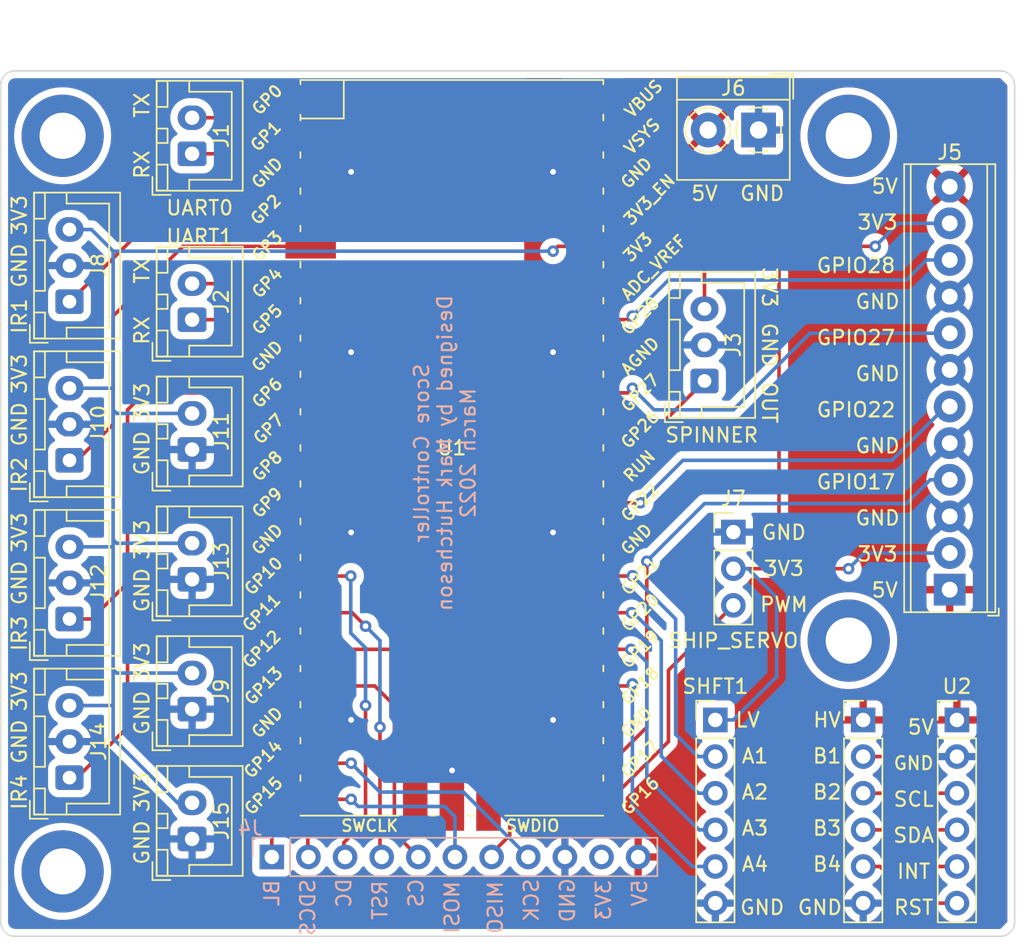
<source format=kicad_pcb>
(kicad_pcb (version 20211014) (generator pcbnew)
  (layers (0 "F.Cu" signal) (31 "B.Cu" signal) (34 "B.Paste" user) (35 "F.Paste" user) (36 "B.SilkS" user "B.Silkscreen") (37 "F.SilkS" user "F.Silkscreen") (38 "B.Mask" user) (39 "F.Mask" user) (44 "Edge.Cuts" user))
  (net 0 "")
  (net 1 "/UART0_RX")
  (net 2 "/UART0_TX")
  (net 3 "/UART1_RX")
  (net 4 "/UART1_TX")
  (net 5 "/SPINNER_OUT")
  (net 6 "/GND")
  (net 7 "/3V3")
  (net 8 "/DISPLAY_BL")
  (net 9 "/DISPLAY_SDCS")
  (net 10 "/DISPLAY_DC")
  (net 11 "/DISPLAY_RST")
  (net 12 "/DISPLAY_CS")
  (net 13 "/DISPLAY_MOSI")
  (net 14 "/DISPLAY_MISO")
  (net 15 "/DISPLAY_SCK")
  (net 16 "/DISPLAY_3V3")
  (net 17 "/5V")
  (net 18 "/SPACE_PWM")
  (net 19 "/GPIO17")
  (net 20 "/GPIO22")
  (net 21 "/GPIO27")
  (net 22 "/GPIO28")
  (net 23 "/PI_SCL")
  (net 24 "/PI_SDA")
  (net 26 "/PI_INT")
  (net 27 "/PI_RST")
  (net 33 "/IO_SCL")
  (net 34 "/IO_SDA")
  (net 35 "/IO_INT")
  (net 36 "/IO_RST")
  (net 37 "/SENS1_OUT")
  (net 38 "/SENS2_OUT")
  (net 39 "/SENS3_OUT")
  (net 40 "/SENS4_OUT")
  (footprint "TerminalBlock_4Ucon:TerminalBlock_4Ucon_1x02_P3.50mm_Horizontal" (layer "F.Cu") (at 159.75 62.6 180)
    (fp_text reference "J6" (at 1.75 2.9) (layer "F.SilkS"))
    (fp_text value "Conn_01x02")
    (pad "1" thru_hole rect locked (at 0 0 180) (size 2.4 2.4) (drill 1.2) (layers *.Cu *.Mask) (net 6 "/GND"))
    (pad "2" thru_hole circle locked (at 3.5 0 180) (size 2.4 2.4) (drill 1.2) (layers *.Cu *.Mask) (net 17 "/5V"))
  )
  (footprint "Connector_PinHeader_2.54mm:PinHeader_1x06_P2.54mm_Vertical" (layer "F.Cu") (at 167 103.5)
    (fp_text reference "SHFT2" hide)
    (fp_text value "Conn_01x06")
    (pad "1" thru_hole rect locked (at 0 0) (size 1.7 1.7) (drill 1) (layers *.Cu *.Mask) (net 17 "/5V"))
    (pad "2" thru_hole oval locked (at 0 2.54) (size 1.7 1.7) (drill 1) (layers *.Cu *.Mask) (net 33 "/IO_SCL"))
    (pad "3" thru_hole oval locked (at 0 5.08) (size 1.7 1.7) (drill 1) (layers *.Cu *.Mask) (net 34 "/IO_SDA"))
    (pad "4" thru_hole oval locked (at 0 7.62) (size 1.7 1.7) (drill 1) (layers *.Cu *.Mask) (net 35 "/IO_INT"))
    (pad "5" thru_hole oval locked (at 0 10.16) (size 1.7 1.7) (drill 1) (layers *.Cu *.Mask) (net 36 "/IO_RST"))
    (pad "6" thru_hole oval locked (at 0 12.7) (size 1.7 1.7) (drill 1) (layers *.Cu *.Mask) (net 6 "/GND"))
  )
  (footprint "Pi-Pico:RPi_Pico_SMD" (layer "F.Cu") (at 138.485 84.635)
    (fp_text reference "U1" (at 0 0) (layer "F.SilkS"))
    (fp_text value "Pico")
    (fp_text user "GP5" (at -12.8 -8.89 45) (layer "F.SilkS") (effects (font (size 0.8 0.8))))
    (fp_text user "GND" (at -12.8 19.05 45) (layer "F.SilkS") (effects (font (size 0.8 0.8))))
    (fp_text user "GP10" (at -13.054 8.89 45) (layer "F.SilkS") (effects (font (size 0.8 0.8))))
    (fp_text user "GP9" (at -12.8 3.81 45) (layer "F.SilkS") (effects (font (size 0.8 0.8))))
    (fp_text user "GP19" (at 13.054 13.97 45) (layer "F.SilkS") (effects (font (size 0.8 0.8))))
    (fp_text user "GP14" (at -13.1 21.59 45) (layer "F.SilkS") (effects (font (size 0.8 0.8))))
    (fp_text user "GP13" (at -13.054 16.51 45) (layer "F.SilkS") (effects (font (size 0.8 0.8))))
    (fp_text user "SWCLK" (at -5.7 26.2) (layer "F.SilkS") (effects (font (size 0.8 0.8))))
    (fp_text user "GP0" (at -12.8 -24.13 45) (layer "F.SilkS") (effects (font (size 0.8 0.8))))
    (fp_text user "GP17" (at 13.054 21.59 45) (layer "F.SilkS") (effects (font (size 0.8 0.8))))
    (fp_text user "VBUS" (at 13.3 -24.2 45) (layer "F.SilkS") (effects (font (size 0.8 0.8))))
    (fp_text user "GP16" (at 13.054 24.13 45) (layer "F.SilkS") (effects (font (size 0.8 0.8))))
    (fp_text user "GP2" (at -12.9 -16.51 45) (layer "F.SilkS") (effects (font (size 0.8 0.8))))
    (fp_text user "GP22" (at 13.054 3.81 45) (layer "F.SilkS") (effects (font (size 0.8 0.8))))
    (fp_text user "RUN" (at 13 1.27 45) (layer "F.SilkS") (effects (font (size 0.8 0.8))))
    (fp_text user "3V3" (at 12.9 -13.9 45) (layer "F.SilkS") (effects (font (size 0.8 0.8))))
    (fp_text user "GP20" (at 13.054 11.43 45) (layer "F.SilkS") (effects (font (size 0.8 0.8))))
    (fp_text user "AGND" (at 13.054 -6.35 45) (layer "F.SilkS") (effects (font (size 0.8 0.8))))
    (fp_text user "GND" (at 12.8 -19.05 45) (layer "F.SilkS") (effects (font (size 0.8 0.8))))
    (fp_text user "3V3_EN" (at 13.7 -17.2 45) (layer "F.SilkS") (effects (font (size 0.8 0.8))))
    (fp_text user "ADC_VREF" (at 14 -12.5 45) (layer "F.SilkS") (effects (font (size 0.8 0.8))))
    (fp_text user "GP8" (at -12.8 1.27 45) (layer "F.SilkS") (effects (font (size 0.8 0.8))))
    (fp_text user "GP21" (at 13.054 8.9 45) (layer "F.SilkS") (effects (font (size 0.8 0.8))))
    (fp_text user "GP28" (at 13.054 -9.144 45) (layer "F.SilkS") (effects (font (size 0.8 0.8))))
    (fp_text user "SWDIO" (at 5.6 26.2) (layer "F.SilkS") (effects (font (size 0.8 0.8))))
    (fp_text user "GND" (at -12.8 -6.35 45) (layer "F.SilkS") (effects (font (size 0.8 0.8))))
    (fp_text user "GND" (at 12.8 19.05 45) (layer "F.SilkS") (effects (font (size 0.8 0.8))))
    (fp_text user "GP15" (at -13.054 24.13 45) (layer "F.SilkS") (effects (font (size 0.8 0.8))))
    (fp_text user "GP18" (at 13.054 16.51 45) (layer "F.SilkS") (effects (font (size 0.8 0.8))))
    (fp_text user "GP1" (at -12.9 -21.6 45) (layer "F.SilkS") (effects (font (size 0.8 0.8))))
    (fp_text user "VSYS" (at 13.2 -21.59 45) (layer "F.SilkS") (effects (font (size 0.8 0.8))))
    (fp_text user "GND" (at 12.8 6.35 45) (layer "F.SilkS") (effects (font (size 0.8 0.8))))
    (fp_text user "GP11" (at -13.2 11.43 45) (layer "F.SilkS") (effects (font (size 0.8 0.8))))
    (fp_text user "GP6" (at -12.8 -3.81 45) (layer "F.SilkS") (effects (font (size 0.8 0.8))))
    (fp_text user "GP27" (at 13.054 -3.8 45) (layer "F.SilkS") (effects (font (size 0.8 0.8))))
    (fp_text user "GP3" (at -12.8 -13.97 45) (layer "F.SilkS") (effects (font (size 0.8 0.8))))
    (fp_text user "GND" (at -12.8 -19.05 45) (layer "F.SilkS") (effects (font (size 0.8 0.8))))
    (fp_text user "GP4" (at -12.8 -11.43 45) (layer "F.SilkS") (effects (font (size 0.8 0.8))))
    (fp_text user "GP12" (at -13.185 13.97 45) (layer "F.SilkS") (effects (font (size 0.8 0.8))))
    (fp_text user "GP7" (at -12.7 -1.3 45) (layer "F.SilkS") (effects (font (size 0.8 0.8))))
    (fp_text user "GND" (at -12.8 6.35 45) (layer "F.SilkS") (effects (font (size 0.8 0.8))))
    (fp_text user "GP26" (at 13.054 -1.27 45) (layer "F.SilkS") (effects (font (size 0.8 0.8))))
    (pad "1" smd rect (at -8.89 -24.13) (size 3.5 1.7) (drill (offset -0.9 0)) (layers "F.Cu" "F.Mask") (net 2 "/UART0_TX"))
    (pad "2" smd rect (at -8.89 -21.59) (size 3.5 1.7) (drill (offset -0.9 0)) (layers "F.Cu" "F.Mask") (net 1 "/UART0_RX"))
    (pad "3" smd rect (at -8.89 -19.05) (size 3.5 1.7) (drill (offset -0.9 0)) (layers "F.Cu" "F.Mask") (net 6 "/GND"))
    (pad "4" smd rect (at -8.89 -16.51) (size 3.5 1.7) (drill (offset -0.9 0)) (layers "F.Cu" "F.Mask") (net 37 "/SENS1_OUT"))
    (pad "5" smd rect (at -8.89 -13.97) (size 3.5 1.7) (drill (offset -0.9 0)) (layers "F.Cu" "F.Mask") (net 38 "/SENS2_OUT"))
    (pad "6" smd rect (at -8.89 -11.43) (size 3.5 1.7) (drill (offset -0.9 0)) (layers "F.Cu" "F.Mask") (net 4 "/UART1_TX"))
    (pad "7" smd rect (at -8.89 -8.89) (size 3.5 1.7) (drill (offset -0.9 0)) (layers "F.Cu" "F.Mask") (net 3 "/UART1_RX"))
    (pad "8" smd rect (at -8.89 -6.35) (size 3.5 1.7) (drill (offset -0.9 0)) (layers "F.Cu" "F.Mask") (net 6 "/GND"))
    (pad "9" smd rect (at -8.89 -3.81) (size 3.5 1.7) (drill (offset -0.9 0)) (layers "F.Cu" "F.Mask") (net 39 "/SENS3_OUT"))
    (pad "10" smd rect (at -8.89 -1.27) (size 3.5 1.7) (drill (offset -0.9 0)) (layers "F.Cu" "F.Mask") (net 40 "/SENS4_OUT"))
    (pad "11" smd rect (at -8.89 1.27) (size 3.5 1.7) (drill (offset -0.9 0)) (layers "F.Cu" "F.Mask") (net 8 "/DISPLAY_BL"))
    (pad "12" smd rect (at -8.89 3.81) (size 3.5 1.7) (drill (offset -0.9 0)) (layers "F.Cu" "F.Mask") (net 9 "/DISPLAY_SDCS"))
    (pad "13" smd rect (at -8.89 6.35) (size 3.5 1.7) (drill (offset -0.9 0)) (layers "F.Cu" "F.Mask") (net 6 "/GND"))
    (pad "14" smd rect (at -8.89 8.89) (size 3.5 1.7) (drill (offset -0.9 0)) (layers "F.Cu" "F.Mask") (net 10 "/DISPLAY_DC"))
    (pad "15" smd rect (at -8.89 11.43) (size 3.5 1.7) (drill (offset -0.9 0)) (layers "F.Cu" "F.Mask") (net 11 "/DISPLAY_RST"))
    (pad "16" smd rect (at -8.89 13.97) (size 3.5 1.7) (drill (offset -0.9 0)) (layers "F.Cu" "F.Mask") (net 14 "/DISPLAY_MISO"))
    (pad "17" smd rect (at -8.89 16.51) (size 3.5 1.7) (drill (offset -0.9 0)) (layers "F.Cu" "F.Mask") (net 12 "/DISPLAY_CS"))
    (pad "18" smd rect (at -8.89 19.05) (size 3.5 1.7) (drill (offset -0.9 0)) (layers "F.Cu" "F.Mask") (net 6 "/GND"))
    (pad "19" smd rect (at -8.89 21.59) (size 3.5 1.7) (drill (offset -0.9 0)) (layers "F.Cu" "F.Mask") (net 15 "/DISPLAY_SCK"))
    (pad "20" smd rect (at -8.89 24.13) (size 3.5 1.7) (drill (offset -0.9 0)) (layers "F.Cu" "F.Mask") (net 13 "/DISPLAY_MOSI"))
    (pad "21" smd rect (at 8.89 24.13) (size 3.5 1.7) (drill (offset 0.9 0)) (layers "F.Cu" "F.Mask") (net 18 "/SPACE_PWM"))
    (pad "22" smd rect (at 8.89 21.59) (size 3.5 1.7) (drill (offset 0.9 0)) (layers "F.Cu" "F.Mask") (net 19 "/GPIO17"))
    (pad "23" smd rect (at 8.89 19.05) (size 3.5 1.7) (drill (offset 0.9 0)) (layers "F.Cu" "F.Mask") (net 6 "/GND"))
    (pad "24" smd rect (at 8.89 16.51) (size 3.5 1.7) (drill (offset 0.9 0)) (layers "F.Cu" "F.Mask") (net 27 "/PI_RST"))
    (pad "25" smd rect (at 8.89 13.97) (size 3.5 1.7) (drill (offset 0.9 0)) (layers "F.Cu" "F.Mask") (net 26 "/PI_INT"))
    (pad "26" smd rect (at 8.89 11.43) (size 3.5 1.7) (drill (offset 0.9 0)) (layers "F.Cu" "F.Mask") (net 24 "/PI_SDA"))
    (pad "27" smd rect (at 8.89 8.89) (size 3.5 1.7) (drill (offset 0.9 0)) (layers "F.Cu" "F.Mask") (net 23 "/PI_SCL"))
    (pad "28" smd rect (at 8.89 6.35) (size 3.5 1.7) (drill (offset 0.9 0)) (layers "F.Cu" "F.Mask") (net 6 "/GND"))
    (pad "29" smd rect (at 8.89 3.81) (size 3.5 1.7) (drill (offset 0.9 0)) (layers "F.Cu" "F.Mask") (net 20 "/GPIO22"))
    (pad "30" smd rect (at 8.89 1.27) (size 3.5 1.7) (drill (offset 0.9 0)) (layers "F.Cu" "F.Mask"))
    (pad "31" smd rect (at 8.89 -1.27) (size 3.5 1.7) (drill (offset 0.9 0)) (layers "F.Cu" "F.Mask") (net 5 "/SPINNER_OUT"))
    (pad "32" smd rect (at 8.89 -3.81) (size 3.5 1.7) (drill (offset 0.9 0)) (layers "F.Cu" "F.Mask") (net 21 "/GPIO27"))
    (pad "33" smd rect (at 8.89 -6.35) (size 3.5 1.7) (drill (offset 0.9 0)) (layers "F.Cu" "F.Mask") (net 6 "/GND"))
    (pad "34" smd rect (at 8.89 -8.89) (size 3.5 1.7) (drill (offset 0.9 0)) (layers "F.Cu" "F.Mask") (net 22 "/GPIO28"))
    (pad "35" smd rect (at 8.89 -11.43) (size 3.5 1.7) (drill (offset 0.9 0)) (layers "F.Cu" "F.Mask"))
    (pad "36" smd rect (at 8.89 -13.97) (size 3.5 1.7) (drill (offset 0.9 0)) (layers "F.Cu" "F.Mask") (net 7 "/3V3"))
    (pad "37" smd rect (at 8.89 -16.51) (size 3.5 1.7) (drill (offset 0.9 0)) (layers "F.Cu" "F.Mask"))
    (pad "38" smd rect (at 8.89 -19.05) (size 3.5 1.7) (drill (offset 0.9 0)) (layers "F.Cu" "F.Mask") (net 6 "/GND"))
    (pad "39" smd rect (at 8.89 -21.59) (size 3.5 1.7) (drill (offset 0.9 0)) (layers "F.Cu" "F.Mask"))
    (pad "40" smd rect (at 8.89 -24.13) (size 3.5 1.7) (drill (offset 0.9 0)) (layers "F.Cu" "F.Mask") (net 17 "/5V"))
    (pad "41" smd rect (at -2.54 23.9 90) (size 3.5 1.7) (drill (offset -0.9 0)) (layers "F.Cu" "F.Mask"))
    (pad "42" smd rect (at 0 23.9 90) (size 3.5 1.7) (drill (offset -0.9 0)) (layers "F.Cu" "F.Mask") (net 6 "/GND"))
    (pad "43" smd rect (at 2.54 23.9 90) (size 3.5 1.7) (drill (offset -0.9 0)) (layers "F.Cu" "F.Mask"))
  )
  (footprint "Connector_JST:JST_XH_B3B-XH-A_1x03_P2.50mm_Vertical" (layer "F.Cu") (at 111.975 96.5 90)
    (fp_text reference "J12" (at 2.5 2.025 90) (layer "F.SilkS"))
    (fp_text value "Conn_01x03")
    (pad "1" thru_hole roundrect locked (at 0 0 90) (size 1.7 1.95) (drill 0.95) (layers *.Cu *.Mask) (roundrect_rratio 0.1470588235) (net 39 "/SENS3_OUT"))
    (pad "2" thru_hole oval locked (at 2.5 0 90) (size 1.7 1.95) (drill 0.95) (layers *.Cu *.Mask) (net 6 "/GND"))
    (pad "3" thru_hole oval locked (at 5 0 90) (size 1.7 1.95) (drill 0.95) (layers *.Cu *.Mask) (net 7 "/3V3"))
  )
  (footprint "Connector_JST:JST_XH_B2B-XH-A_1x02_P2.50mm_Vertical" (layer "F.Cu") (at 120.475 111.75 90)
    (fp_text reference "J15" (at 1.25 2.025 90) (layer "F.SilkS"))
    (fp_text value "Conn_01x02")
    (pad "1" thru_hole roundrect locked (at 0 0 90) (size 1.7 2) (drill 1) (layers *.Cu *.Mask) (roundrect_rratio 0.1470588235) (net 6 "/GND"))
    (pad "2" thru_hole oval locked (at 2.5 0 90) (size 1.7 2) (drill 1) (layers *.Cu *.Mask) (net 7 "/3V3"))
  )
  (footprint "Connector_JST:JST_XH_B2B-XH-A_1x02_P2.50mm_Vertical" (layer "F.Cu") (at 120.475 84.75 90)
    (fp_text reference "J11" (at 1.25 2.025 90) (layer "F.SilkS"))
    (fp_text value "Conn_01x02")
    (pad "1" thru_hole roundrect locked (at 0 0 90) (size 1.7 2) (drill 1) (layers *.Cu *.Mask) (roundrect_rratio 0.1470588235) (net 6 "/GND"))
    (pad "2" thru_hole oval locked (at 2.5 0 90) (size 1.7 2) (drill 1) (layers *.Cu *.Mask) (net 7 "/3V3"))
  )
  (footprint "MountingHole:MountingHole_3.2mm_M3_ISO7380_Pad" (layer "F.Cu") (at 111.5 63)
    (fp_text reference "HOLE1" hide)
    (fp_text value "MountingHole_3.2mm_M3_ISO7380_Pad" hide)
    (pad "1" thru_hole circle locked (at 0 0) (size 5.7 5.7) (drill 3.2) (layers *.Cu *.Mask))
  )
  (footprint "MountingHole:MountingHole_3.2mm_M3_ISO7380_Pad" (layer "F.Cu") (at 166 63)
    (fp_text reference "HOLE2" hide)
    (fp_text value "MountingHole_3.2mm_M3_ISO7380_Pad" hide)
    (pad "1" thru_hole circle locked (at 0 0) (size 5.7 5.7) (drill 3.2) (layers *.Cu *.Mask))
  )
  (footprint "Connector_JST:JST_XH_B3B-XH-A_1x03_P2.50mm_Vertical" (layer "F.Cu") (at 156 80 90)
    (fp_text reference "J3" (at 2.5 2 90) (layer "F.SilkS"))
    (fp_text value "Conn_01x03")
    (pad "1" thru_hole roundrect locked (at 0 0 90) (size 1.7 1.95) (drill 0.95) (layers *.Cu *.Mask) (roundrect_rratio 0.1470588235) (net 5 "/SPINNER_OUT"))
    (pad "2" thru_hole oval locked (at 2.5 0 90) (size 1.7 1.95) (drill 0.95) (layers *.Cu *.Mask) (net 6 "/GND"))
    (pad "3" thru_hole oval locked (at 5 0 90) (size 1.7 1.95) (drill 0.95) (layers *.Cu *.Mask) (net 7 "/3V3"))
  )
  (footprint "Connector_PinHeader_2.54mm:PinHeader_1x03_P2.54mm_Vertical" (layer "F.Cu") (at 158 90.475)
    (fp_text reference "J7" (at 0 -2.33) (layer "F.SilkS"))
    (fp_text value "Conn_01x03")
    (pad "1" thru_hole rect locked (at 0 0) (size 1.7 1.7) (drill 1) (layers *.Cu *.Mask) (net 6 "/GND"))
    (pad "2" thru_hole oval locked (at 0 2.54) (size 1.7 1.7) (drill 1) (layers *.Cu *.Mask) (net 7 "/3V3"))
    (pad "3" thru_hole oval locked (at 0 5.08) (size 1.7 1.7) (drill 1) (layers *.Cu *.Mask) (net 18 "/SPACE_PWM"))
  )
  (footprint "Connector_PinHeader_2.54mm:PinHeader_1x06_P2.54mm_Vertical" (layer "F.Cu") (at 156.75 103.5)
    (fp_text reference "SHFT1" (at 0 -2.33) (layer "F.SilkS"))
    (fp_text value "Conn_01x06")
    (pad "1" thru_hole rect locked (at 0 0) (size 1.7 1.7) (drill 1) (layers *.Cu *.Mask) (net 7 "/3V3"))
    (pad "2" thru_hole oval locked (at 0 2.54) (size 1.7 1.7) (drill 1) (layers *.Cu *.Mask) (net 23 "/PI_SCL"))
    (pad "3" thru_hole oval locked (at 0 5.08) (size 1.7 1.7) (drill 1) (layers *.Cu *.Mask) (net 24 "/PI_SDA"))
    (pad "4" thru_hole oval locked (at 0 7.62) (size 1.7 1.7) (drill 1) (layers *.Cu *.Mask) (net 26 "/PI_INT"))
    (pad "5" thru_hole oval locked (at 0 10.16) (size 1.7 1.7) (drill 1) (layers *.Cu *.Mask) (net 27 "/PI_RST"))
    (pad "6" thru_hole oval locked (at 0 12.7) (size 1.7 1.7) (drill 1) (layers *.Cu *.Mask) (net 6 "/GND"))
  )
  (footprint "Connector_JST:JST_XH_B2B-XH-A_1x02_P2.50mm_Vertical" (layer "F.Cu") (at 120.475 102.75 90)
    (fp_text reference "J9" (at 1.25 2.025 90) (layer "F.SilkS"))
    (fp_text value "Conn_01x02")
    (pad "1" thru_hole roundrect locked (at 0 0 90) (size 1.7 2) (drill 1) (layers *.Cu *.Mask) (roundrect_rratio 0.1470588235) (net 6 "/GND"))
    (pad "2" thru_hole oval locked (at 2.5 0 90) (size 1.7 2) (drill 1) (layers *.Cu *.Mask) (net 7 "/3V3"))
  )
  (footprint "MountingHole:MountingHole_3.2mm_M3_ISO7380_Pad" (layer "F.Cu") (at 111.5 114)
    (fp_text reference "HOLE1" hide)
    (fp_text value "MountingHole_3.2mm_M3_ISO7380_Pad" hide)
    (pad "1" thru_hole circle locked (at 0 0) (size 5.7 5.7) (drill 3.2) (layers *.Cu *.Mask))
  )
  (footprint "MountingHole:MountingHole_3.2mm_M3_ISO7380_Pad" (layer "F.Cu") (at 166 98)
    (fp_text reference "HOLE2" hide)
    (fp_text value "MountingHole_3.2mm_M3_ISO7380_Pad" hide)
    (pad "1" thru_hole circle locked (at 0 0) (size 5.7 5.7) (drill 3.2) (layers *.Cu *.Mask))
  )
  (footprint "Connector_JST:JST_XH_B2B-XH-A_1x02_P2.50mm_Vertical" (layer "F.Cu") (at 120.475 93.75 90)
    (fp_text reference "J13" (at 1.25 2.025 90) (layer "F.SilkS"))
    (fp_text value "Conn_01x02")
    (pad "1" thru_hole roundrect locked (at 0 0 90) (size 1.7 2) (drill 1) (layers *.Cu *.Mask) (roundrect_rratio 0.1470588235) (net 6 "/GND"))
    (pad "2" thru_hole oval locked (at 2.5 0 90) (size 1.7 2) (drill 1) (layers *.Cu *.Mask) (net 7 "/3V3"))
  )
  (footprint "Connector_JST:JST_XH_B2B-XH-A_1x02_P2.50mm_Vertical" (layer "F.Cu") (at 120.475 75.75 90)
    (fp_text reference "J2" (at 1.25 2.025 90) (layer "F.SilkS"))
    (fp_text value "Conn_01x02")
    (pad "1" thru_hole roundrect locked (at 0 0 90) (size 1.7 2) (drill 1) (layers *.Cu *.Mask) (roundrect_rratio 0.1470588235) (net 3 "/UART1_RX"))
    (pad "2" thru_hole oval locked (at 2.5 0 90) (size 1.7 2) (drill 1) (layers *.Cu *.Mask) (net 4 "/UART1_TX"))
  )
  (footprint "TerminalBlock_Phoenix:TerminalBlock_Phoenix_MPT-0,5-12-2.54_1x12_P2.54mm_Horizontal" (layer "F.Cu") (at 173 94.47 90)
    (fp_text reference "J5" (at 30.32 0 180) (layer "F.SilkS"))
    (fp_text value "Conn_01x12")
    (pad "1" thru_hole rect locked (at 0 0 90) (size 2.2 2.2) (drill 1.1) (layers *.Cu *.Mask) (net 17 "/5V"))
    (pad "2" thru_hole circle locked (at 2.54 0 90) (size 2.2 2.2) (drill 1.1) (layers *.Cu *.Mask) (net 7 "/3V3"))
    (pad "3" thru_hole circle locked (at 5.08 0 90) (size 2.2 2.2) (drill 1.1) (layers *.Cu *.Mask) (net 6 "/GND"))
    (pad "4" thru_hole circle locked (at 7.62 0 90) (size 2.2 2.2) (drill 1.1) (layers *.Cu *.Mask) (net 19 "/GPIO17"))
    (pad "5" thru_hole circle locked (at 10.16 0 90) (size 2.2 2.2) (drill 1.1) (layers *.Cu *.Mask) (net 6 "/GND"))
    (pad "6" thru_hole circle locked (at 12.7 0 90) (size 2.2 2.2) (drill 1.1) (layers *.Cu *.Mask) (net 20 "/GPIO22"))
    (pad "7" thru_hole circle locked (at 15.24 0 90) (size 2.2 2.2) (drill 1.1) (layers *.Cu *.Mask) (net 6 "/GND"))
    (pad "8" thru_hole circle locked (at 17.78 0 90) (size 2.2 2.2) (drill 1.1) (layers *.Cu *.Mask) (net 21 "/GPIO27"))
    (pad "9" thru_hole circle locked (at 20.32 0 90) (size 2.2 2.2) (drill 1.1) (layers *.Cu *.Mask) (net 6 "/GND"))
    (pad "10" thru_hole circle locked (at 22.86 0 90) (size 2.2 2.2) (drill 1.1) (layers *.Cu *.Mask) (net 22 "/GPIO28"))
    (pad "11" thru_hole circle locked (at 25.4 0 90) (size 2.2 2.2) (drill 1.1) (layers *.Cu *.Mask) (net 7 "/3V3"))
    (pad "12" thru_hole circle locked (at 27.94 0 90) (size 2.2 2.2) (drill 1.1) (layers *.Cu *.Mask) (net 17 "/5V"))
  )
  (footprint "Connector_JST:JST_XH_B3B-XH-A_1x03_P2.50mm_Vertical" (layer "F.Cu") (at 111.975 107.5 90)
    (fp_text reference "J14" (at 2.5 2.025 90) (layer "F.SilkS"))
    (fp_text value "Conn_01x03")
    (pad "1" thru_hole roundrect locked (at 0 0 90) (size 1.7 1.95) (drill 0.95) (layers *.Cu *.Mask) (roundrect_rratio 0.1470588235) (net 40 "/SENS4_OUT"))
    (pad "2" thru_hole oval locked (at 2.5 0 90) (size 1.7 1.95) (drill 0.95) (layers *.Cu *.Mask) (net 6 "/GND"))
    (pad "3" thru_hole oval locked (at 5 0 90) (size 1.7 1.95) (drill 0.95) (layers *.Cu *.Mask) (net 7 "/3V3"))
  )
  (footprint "Connector_JST:JST_XH_B2B-XH-A_1x02_P2.50mm_Vertical" (layer "F.Cu") (at 120.475 64.25 90)
    (fp_text reference "J1" (at 1.25 2.025 90) (layer "F.SilkS"))
    (fp_text value "Conn_01x02")
    (pad "1" thru_hole roundrect locked (at 0 0 90) (size 1.7 2) (drill 1) (layers *.Cu *.Mask) (roundrect_rratio 0.1470588235) (net 1 "/UART0_RX"))
    (pad "2" thru_hole oval locked (at 2.5 0 90) (size 1.7 2) (drill 1) (layers *.Cu *.Mask) (net 2 "/UART0_TX"))
  )
  (footprint "Connector_PinHeader_2.54mm:PinHeader_1x06_P2.54mm_Vertical" (layer "F.Cu") (at 173.5 103.5)
    (fp_text reference "U2" (at 0 -2.33) (layer "F.SilkS"))
    (fp_text value "Conn_01x06")
    (pad "1" thru_hole rect locked (at 0 0) (size 1.7 1.7) (drill 1) (layers *.Cu *.Mask) (net 17 "/5V"))
    (pad "2" thru_hole oval locked (at 0 2.54) (size 1.7 1.7) (drill 1) (layers *.Cu *.Mask) (net 6 "/GND"))
    (pad "3" thru_hole oval locked (at 0 5.08) (size 1.7 1.7) (drill 1) (layers *.Cu *.Mask) (net 33 "/IO_SCL"))
    (pad "4" thru_hole oval locked (at 0 7.62) (size 1.7 1.7) (drill 1) (layers *.Cu *.Mask) (net 34 "/IO_SDA"))
    (pad "5" thru_hole oval locked (at 0 10.16) (size 1.7 1.7) (drill 1) (layers *.Cu *.Mask) (net 35 "/IO_INT"))
    (pad "6" thru_hole oval locked (at 0 12.7) (size 1.7 1.7) (drill 1) (layers *.Cu *.Mask) (net 36 "/IO_RST"))
  )
  (footprint "Connector_JST:JST_XH_B3B-XH-A_1x03_P2.50mm_Vertical" (layer "F.Cu") (at 111.975 85.5 90)
    (fp_text reference "J10" (at 2.5 2.025 90) (layer "F.SilkS"))
    (fp_text value "Conn_01x03")
    (pad "1" thru_hole roundrect locked (at 0 0 90) (size 1.7 1.95) (drill 0.95) (layers *.Cu *.Mask) (roundrect_rratio 0.1470588235) (net 38 "/SENS2_OUT"))
    (pad "2" thru_hole oval locked (at 2.5 0 90) (size 1.7 1.95) (drill 0.95) (layers *.Cu *.Mask) (net 6 "/GND"))
    (pad "3" thru_hole oval locked (at 5 0 90) (size 1.7 1.95) (drill 0.95) (layers *.Cu *.Mask) (net 7 "/3V3"))
  )
  (footprint "Connector_JST:JST_XH_B3B-XH-A_1x03_P2.50mm_Vertical" (layer "F.Cu") (at 111.975 74.5 90)
    (fp_text reference "J8" (at 2.5 2.025 90) (layer "F.SilkS"))
    (fp_text value "Conn_01x03")
    (pad "1" thru_hole roundrect locked (at 0 0 90) (size 1.7 1.95) (drill 0.95) (layers *.Cu *.Mask) (roundrect_rratio 0.1470588235) (net 37 "/SENS1_OUT"))
    (pad "2" thru_hole oval locked (at 2.5 0 90) (size 1.7 1.95) (drill 0.95) (layers *.Cu *.Mask) (net 6 "/GND"))
    (pad "3" thru_hole oval locked (at 5 0 90) (size 1.7 1.95) (drill 0.95) (layers *.Cu *.Mask) (net 7 "/3V3"))
  )
  (footprint "Connector_PinHeader_2.54mm:PinHeader_1x11_P2.54mm_Vertical" (layer "B.Cu") (at 126 113 -90)
    (fp_text reference "J4" (at -2 1.5) (layer "B.SilkS") (effects (justify mirror)))
    (fp_text value "Conn_01x11")
    (pad "1" thru_hole rect locked (at 0 0 270) (size 1.7 1.7) (drill 1) (layers *.Cu *.Mask) (net 8 "/DISPLAY_BL"))
    (pad "2" thru_hole oval locked (at 0 -2.54 270) (size 1.7 1.7) (drill 1) (layers *.Cu *.Mask) (net 9 "/DISPLAY_SDCS"))
    (pad "3" thru_hole oval locked (at 0 -5.08 270) (size 1.7 1.7) (drill 1) (layers *.Cu *.Mask) (net 10 "/DISPLAY_DC"))
    (pad "4" thru_hole oval locked (at 0 -7.62 270) (size 1.7 1.7) (drill 1) (layers *.Cu *.Mask) (net 11 "/DISPLAY_RST"))
    (pad "5" thru_hole oval locked (at 0 -10.16 270) (size 1.7 1.7) (drill 1) (layers *.Cu *.Mask) (net 12 "/DISPLAY_CS"))
    (pad "6" thru_hole oval locked (at 0 -12.7 270) (size 1.7 1.7) (drill 1) (layers *.Cu *.Mask) (net 13 "/DISPLAY_MOSI"))
    (pad "7" thru_hole oval locked (at 0 -15.24 270) (size 1.7 1.7) (drill 1) (layers *.Cu *.Mask) (net 14 "/DISPLAY_MISO"))
    (pad "8" thru_hole oval locked (at 0 -17.78 270) (size 1.7 1.7) (drill 1) (layers *.Cu *.Mask) (net 15 "/DISPLAY_SCK"))
    (pad "9" thru_hole oval locked (at 0 -20.32 270) (size 1.7 1.7) (drill 1) (layers *.Cu *.Mask) (net 6 "/GND"))
    (pad "10" thru_hole oval locked (at 0 -22.86 270) (size 1.7 1.7) (drill 1) (layers *.Cu *.Mask) (net 16 "/DISPLAY_3V3"))
    (pad "11" thru_hole oval locked (at 0 -25.4 270) (size 1.7 1.7) (drill 1) (layers *.Cu *.Mask) (net 17 "/5V"))
  )
  (gr_arc (start 176.5 58.5) (mid 177.207107 58.792893) (end 177.5 59.5) (layer "Edge.Cuts") (width 0.1))
  (gr_line (start 177.5 117.5) (end 177.5 59.5) (layer "Edge.Cuts") (width 0.1))
  (gr_line (start 176.5 58.5) (end 108.207107 58.5) (layer "Edge.Cuts") (width 0.1))
  (gr_line (start 108.207107 118.5) (end 176.5 118.5) (layer "Edge.Cuts") (width 0.1))
  (gr_line (start 107.207107 59.5) (end 107.207107 117.5) (layer "Edge.Cuts") (width 0.1))
  (gr_arc (start 108.207107 118.5) (mid 107.5 118.207107) (end 107.207107 117.5) (layer "Edge.Cuts") (width 0.1))
  (gr_arc (start 107.207107 59.5) (mid 107.5 58.792893) (end 108.207107 58.5) (layer "Edge.Cuts") (width 0.1))
  (gr_arc (start 177.5 117.5) (mid 177.207107 118.207107) (end 176.5 118.5) (layer "Edge.Cuts") (width 0.1))
  (gr_text "SDCS" (at 128.5 116.5 -270) (layer "B.SilkS") (effects (font (size 1 1)) (justify mirror)))
  (gr_text "DC" (at 131 115.5 -270) (layer "B.SilkS") (effects (font (size 1 1)) (justify mirror)))
  (gr_text "MOSI" (at 138.5 116.5 -270) (layer "B.SilkS") (effects (font (size 1 1)) (justify mirror)))
  (gr_text "5V" (at 151.5 115.5 -270) (layer "B.SilkS") (effects (font (size 1 1)) (justify mirror)))
  (gr_text "Score Controller\nDesigned by Mark Hutcheson\nMarch 2022" (at 138 85 90) (layer "B.SilkS") (effects (font (size 1 1)) (justify mirror)))
  (gr_text "MISO" (at 141.5 116.5 -270) (layer "B.SilkS") (effects (font (size 1 1)) (justify mirror)))
  (gr_text "RST" (at 133.5 116 -270) (layer "B.SilkS") (effects (font (size 1 1)) (justify mirror)))
  (gr_text "BL" (at 126 115.5 -270) (layer "B.SilkS") (effects (font (size 1 1)) (justify mirror)))
  (gr_text "SCK" (at 144 116 -270) (layer "B.SilkS") (effects (font (size 1 1)) (justify mirror)))
  (gr_text "CS" (at 136 115.5 -270) (layer "B.SilkS") (effects (font (size 1 1)) (justify mirror)))
  (gr_text "3V3" (at 149 116 -270) (layer "B.SilkS") (effects (font (size 1 1)) (justify mirror)))
  (gr_text "GND" (at 146.5 116 -270) (layer "B.SilkS") (effects (font (size 1 1)) (justify mirror)))
  (gr_text "GND" (at 160 67) (layer "F.SilkS") (effects (font (size 1 1))))
  (gr_text "SHIP_SERVO" (at 158 98) (layer "F.SilkS") (effects (font (size 1 1))))
  (gr_text "IR2" (at 108.5 86.5 90) (layer "F.SilkS") (effects (font (size 1 1))))
  (gr_text "RX   TX" (at 117 74.5 90) (layer "F.SilkS") (effects (font (size 1 1))))
  (gr_text "3V3" (at 168 69) (layer "F.SilkS") (effects (font (size 1 1))))
  (gr_text "3V3" (at 108.5 101.5 90) (layer "F.SilkS") (effects (font (size 1 1))))
  (gr_text "GND" (at 117 85 90) (layer "F.SilkS") (effects (font (size 1 1))))
  (gr_text "3V3" (at 108.5 90.5 90) (layer "F.SilkS") (effects (font (size 1 1))))
  (gr_text "GPIO28" (at 166.5 72) (layer "F.SilkS") (effects (font (size 1 1))))
  (gr_text "GPIO27" (at 166.5 77) (layer "F.SilkS") (effects (font (size 1 1))))
  (gr_text "IR4" (at 108.5 108.5 90) (layer "F.SilkS") (effects (font (size 1 1))))
  (gr_text "A2" (at 159.5 108.5) (layer "F.SilkS") (effects (font (size 1 1))))
  (gr_text "5V" (at 168.5 94.5) (layer "F.SilkS") (effects (font (size 1 1))))
  (gr_text "UART0" (at 121 68) (layer "F.SilkS") (effects (font (size 1 1))))
  (gr_text "GPIO22" (at 166.5 82) (layer "F.SilkS") (effects (font (size 1 1))))
  (gr_text "UART1" (at 121 70) (layer "F.SilkS") (effects (font (size 1 1))))
  (gr_text "OUT" (at 160.5 81.5 270) (layer "F.SilkS") (effects (font (size 1 1))))
  (gr_text "GND" (at 168 79.5) (layer "F.SilkS") (effects (font (size 1 1))))
  (gr_text "GND" (at 168 89.5) (layer "F.SilkS") (effects (font (size 1 1))))
  (gr_text "GND" (at 161.5 90.5) (layer "F.SilkS") (effects (font (size 1 1))))
  (gr_text "3V3" (at 117 91 90) (layer "F.SilkS") (effects (font (size 1 1))))
  (gr_text "IR1" (at 108.5 75.5 90) (layer "F.SilkS") (effects (font (size 1 1))))
  (gr_text "GND" (at 117 112 90) (layer "F.SilkS") (effects (font (size 1 1))))
  (gr_text "INT" (at 170.5 114) (layer "F.SilkS") (effects (font (size 1 1))))
  (gr_text "3V3" (at 108.5 68.5 90) (layer "F.SilkS") (effects (font (size 1 1))))
  (gr_text "GND" (at 170.5 106.5) (layer "F.SilkS") (effects (font (size 0.9 0.9))))
  (gr_text "5V" (at 171 104) (layer "F.SilkS") (effects (font (size 1 1))))
  (gr_text "A4" (at 159.5 113.5) (layer "F.SilkS") (effects (font (size 1 1))))
  (gr_text "SPINNER" (at 156.5 83.75) (layer "F.SilkS") (effects (font (size 1 1))))
  (gr_text "B2" (at 164.5 108.5) (layer "F.SilkS") (effects (font (size 1 1))))
  (gr_text "B3" (at 164.5 111) (layer "F.SilkS") (effects (font (size 1 1))))
  (gr_text "GND" (at 108.5 94 90) (layer "F.SilkS") (effects (font (size 1 1))))
  (gr_text "3V3" (at 160.5 73.5 -90) (layer "F.SilkS") (effects (font (size 1 1))))
  (gr_text "GND" (at 108.5 83 90) (layer "F.SilkS") (effects (font (size 1 1))))
  (gr_text "3V3" (at 117 81.5 90) (layer "F.SilkS") (effects (font (size 1 1))))
  (gr_text "3V3" (at 108.5 79.5 90) (layer "F.SilkS") (effects (font (size 1 1))))
  (gr_text "5V" (at 156 67) (layer "F.SilkS") (effects (font (size 1 1))))
  (gr_text "LV" (at 159 103.5) (layer "F.SilkS") (effects (font (size 1 1))))
  (gr_text "3V3" (at 117 99.5 90) (layer "F.SilkS") (effects (font (size 1 1))))
  (gr_text "GND" (at 164 116.5) (layer "F.SilkS") (effects (font (size 1 1))))
  (gr_text "GPIO17" (at 166.5 87) (layer "F.SilkS") (effects (font (size 1 1))))
  (gr_text "SDA" (at 170.5 111.5) (layer "F.SilkS") (effects (font (size 1 1))))
  (gr_text "3V3" (at 168 92) (layer "F.SilkS") (effects (font (size 1 1))))
  (gr_text "GND" (at 108.5 72 90) (layer "F.SilkS") (effects (font (size 1 1))))
  (gr_text "B4" (at 164.5 113.5) (layer "F.SilkS") (effects (font (size 1 1))))
  (gr_text "5V" (at 168.5 66.5) (layer "F.SilkS") (effects (font (size 1 1))))
  (gr_text "RX   TX" (at 117 63 90) (layer "F.SilkS") (effects (font (size 1 1))))
  (gr_text "B1" (at 164.5 106) (layer "F.SilkS") (effects (font (size 1 1))))
  (gr_text "GND" (at 117 94.5 90) (layer "F.SilkS") (effects (font (size 1 1))))
  (gr_text "GND" (at 168 84.5) (layer "F.SilkS") (effects (font (size 1 1))))
  (gr_text "GND" (at 160 116.5) (layer "F.SilkS") (effects (font (size 1 1))))
  (gr_text "3V3" (at 161.5 93) (layer "F.SilkS") (effects (font (size 1 1))))
  (gr_text "GND" (at 160.5 77.5 270) (layer "F.SilkS") (effects (font (size 1 1))))
  (gr_text "A1" (at 159.5 106) (layer "F.SilkS") (effects (font (size 1 1))))
  (gr_text "A3" (at 159.5 111) (layer "F.SilkS") (effects (font (size 1 1))))
  (gr_text "GND" (at 168 74.5) (layer "F.SilkS") (effects (font (size 1 1))))
  (gr_text "3V3" (at 117 108.5 90) (layer "F.SilkS") (effects (font (size 1 1))))
  (gr_text "RST" (at 170.5 116.5) (layer "F.SilkS") (effects (font (size 1 1))))
  (gr_text "GND" (at 108.5 105 90) (layer "F.SilkS") (effects (font (size 1 1))))
  (gr_text "IR3" (at 108.5 97.5 90) (layer "F.SilkS") (effects (font (size 1 1))))
  (gr_text "PWM" (at 161.5 95.5) (layer "F.SilkS") (effects (font (size 1 1))))
  (gr_text "SCL" (at 170.5 109) (layer "F.SilkS") (effects (font (size 1 1))))
  (gr_text "GND" (at 117 103 90) (layer "F.SilkS") (effects (font (size 1 1))))
  (gr_text "HV" (at 164.5 103.5) (layer "F.SilkS") (effects (font (size 1 1))))
  (segment (start 129.55 63) (end 129.595 63.045) (width 0.25) (layer "F.Cu") (net 1))
  (segment (start 123.25 64.25) (end 124.5 63) (width 0.25) (layer "F.Cu") (net 1))
  (segment (start 124.5 63) (end 129.55 63) (width 0.25) (layer "F.Cu") (net 1))
  (segment (start 120.475 64.25) (end 123.25 64.25) (width 0.25) (layer "F.Cu") (net 1))
  (segment (start 120.475 61.75) (end 123.25 61.75) (width 0.25) (layer "F.Cu") (net 2))
  (segment (start 124.5 60.5) (end 129.59 60.5) (width 0.25) (layer "F.Cu") (net 2))
  (segment (start 123.25 61.75) (end 124.5 60.5) (width 0.25) (layer "F.Cu") (net 2))
  (segment (start 129.59 60.5) (end 129.595 60.505) (width 0.25) (layer "F.Cu") (net 2))
  (segment (start 129.59 75.75) (end 129.595 75.745) (width 0.25) (layer "F.Cu") (net 3))
  (segment (start 120.475 75.75) (end 129.59 75.75) (width 0.25) (layer "F.Cu") (net 3))
  (segment (start 120.475 73.25) (end 129.55 73.25) (width 0.25) (layer "F.Cu") (net 4))
  (segment (start 156 80) (end 152.635 83.365) (width 0.25) (layer "F.Cu") (net 5))
  (segment (start 152.635 83.365) (end 147.375 83.365) (width 0.25) (layer "F.Cu") (net 5))
  (segment (start 131.5 90.5) (end 131.015 90.985) (width 0.25) (layer "F.Cu") (net 6))
  (segment (start 131.5 65.5) (end 129.68 65.5) (width 0.25) (layer "F.Cu") (net 6))
  (segment (start 147.09 78) (end 147.375 78.285) (width 0.25) (layer "F.Cu") (net 6))
  (segment (start 129.78 103.5) (end 129.595 103.685) (width 0.25) (layer "F.Cu") (net 6))
  (segment (start 129.68 65.5) (end 129.595 65.585) (width 0.25) (layer "F.Cu") (net 6))
  (segment (start 129.88 78) (end 129.595 78.285) (width 0.25) (layer "F.Cu") (net 6))
  (segment (start 131.015 90.985) (end 129.595 90.985) (width 0.25) (layer "F.Cu") (net 6))
  (segment (start 146.89 90.5) (end 147.375 90.985) (width 0.25) (layer "F.Cu") (net 6))
  (segment (start 138.5 108.52) (end 138.485 108.535) (width 0.25) (layer "F.Cu") (net 6))
  (segment (start 147.29 65.5) (end 147.375 65.585) (width 0.25) (layer "F.Cu") (net 6))
  (segment (start 145.5 90.5) (end 146.89 90.5) (width 0.25) (layer "F.Cu") (net 6))
  (segment (start 131.5 78) (end 129.88 78) (width 0.25) (layer "F.Cu") (net 6))
  (segment (start 145.5 103.5) (end 147.19 103.5) (width 0.25) (layer "F.Cu") (net 6))
  (segment (start 131.5 103.5) (end 129.78 103.5) (width 0.25) (layer "F.Cu") (net 6))
  (segment (start 138.5 107) (end 138.5 108.52) (width 0.25) (layer "F.Cu") (net 6))
  (segment (start 147.19 103.5) (end 147.375 103.685) (width 0.25) (layer "F.Cu") (net 6))
  (segment (start 145.5 78) (end 147.09 78) (width 0.25) (layer "F.Cu") (net 6))
  (segment (start 145.5 65.5) (end 147.29 65.5) (width 0.25) (layer "F.Cu") (net 6))
  (via (at 145.5 90.5) (size 0.8) (drill 0.4) (layers "F.Cu" "B.Cu") (net 6))
  (via (at 145.5 78) (size 0.8) (drill 0.4) (layers "F.Cu" "B.Cu") (net 6))
  (via (at 131.5 103.5) (size 0.8) (drill 0.4) (layers "F.Cu" "B.Cu") (net 6))
  (via (at 138.5 107) (size 0.8) (drill 0.4) (layers "F.Cu" "B.Cu") (net 6))
  (via (at 131.5 90.5) (size 0.8) (drill 0.4) (layers "F.Cu" "B.Cu") (net 6))
  (via (at 131.5 65.5) (size 0.8) (drill 0.4) (layers "F.Cu" "B.Cu") (net 6))
  (via (at 131.5 78) (size 0.8) (drill 0.4) (layers "F.Cu" "B.Cu") (net 6))
  (via (at 145.5 103.5) (size 0.8) (drill 0.4) (layers "F.Cu" "B.Cu") (net 6))
  (via (at 145.5 65.5) (size 0.8) (drill 0.4) (layers "F.Cu" "B.Cu") (net 6))
  (segment (start 161.165 70.665) (end 161.165 92.695) (width 0.25) (layer "F.Cu") (net 7))
  (segment (start 158 93.015) (end 161.485 93.015) (width 0.25) (layer "F.Cu") (net 7))
  (segment (start 156.335 70.665) (end 161.165 70.665) (width 0.25) (layer "F.Cu") (net 7))
  (segment (start 156 71) (end 156 75) (width 0.25) (layer "F.Cu") (net 7))
  (segment (start 161.485 93.015) (end 165.985 93.015) (width 0.25) (layer "F.Cu") (net 7))
  (segment (start 156.335 70.665) (end 156 71) (width 0.25) (layer "F.Cu") (net 7))
  (segment (start 161.165 92.695) (end 161.485 93.015) (width 0.25) (layer "F.Cu") (net 7))
  (segment (start 147.375 70.665) (end 145.835 70.665) (width 0.25) (layer "F.Cu") (net 7))
  (segment (start 147.375 70.665) (end 156.335 70.665) (width 0.25) (layer "F.Cu") (net 7))
  (segment (start 161.165 70.665) (end 167.835 70.665) (width 0.25) (layer "F.Cu") (net 7))
  (segment (start 145.835 70.665) (end 145.5 71) (width 0.25) (layer "F.Cu") (net 7))
  (via (at 167.835 70.665) (size 0.8) (drill 0.4) (layers "F.Cu" "B.Cu") (net 7))
  (via (at 145.5 71) (size 0.8) (drill 0.4) (layers "F.Cu" "B.Cu") (net 7))
  (via (at 165.985 93.015) (size 0.8) (drill 0.4) (layers "F.Cu" "B.Cu") (net 7))
  (segment (start 115 104.775) (end 119.475 109.25) (width 0.25) (layer "B.Cu") (net 7))
  (segment (start 115.25 82.25) (end 115 82) (width 0.25) (layer "B.Cu") (net 7))
  (segment (start 169.43 69.07) (end 173 69.07) (width 0.25) (layer "B.Cu") (net 7))
  (segment (start 115 102.5) (end 115 104.775) (width 0.25) (layer "B.Cu") (net 7))
  (segment (start 119.475 109.25) (end 120.475 109.25) (width 0.25) (layer "B.Cu") (net 7))
  (segment (start 167.07 91.93) (end 173 91.93) (width 0.25) (layer "B.Cu") (net 7))
  (segment (start 115 91.5) (end 115 95) (width 0.25) (layer "B.Cu") (net 7))
  (segment (start 111.975 102.5) (end 115 102.5) (width 0.25) (layer "B.Cu") (net 7))
  (segment (start 120.475 91.25) (end 115.25 91.25) (width 0.25) (layer "B.Cu") (net 7))
  (segment (start 115 85) (end 115 91) (width 0.25) (layer "B.Cu") (net 7))
  (segment (start 115.25 91.25) (end 115 91) (width 0.25) (layer "B.Cu") (net 7))
  (segment (start 167.835 70.665) (end 169.43 69.07) (width 0.25) (layer "B.Cu") (net 7))
  (segment (start 113.5 69.5) (end 111.975 69.5) (width 0.25) (layer "B.Cu") (net 7))
  (segment (start 111.975 91.5) (end 115 91.5) (width 0.25) (layer "B.Cu") (net 7))
  (segment (start 111.975 80.5) (end 115 80.5) (width 0.25) (layer "B.Cu") (net 7))
  (segment (start 115 95) (end 115 96.5) (width 0.25) (layer "B.Cu") (net 7))
  (segment (start 156.75 103.5) (end 158 103.5) (width 0.25) (layer "B.Cu") (net 7))
  (segment (start 165.985 93.015) (end 167.07 91.93) (width 0.25) (layer "B.Cu") (net 7))
  (segment (start 161 95) (end 159.015 93.015) (width 0.25) (layer "B.Cu") (net 7))
  (segment (start 145.5 71) (end 115 71) (width 0.25) (layer "B.Cu") (net 7))
  (segment (start 115 100) (end 115 102.5) (width 0.25) (layer "B.Cu") (net 7))
  (segment (start 120.475 100.25) (end 115.25 100.25) (width 0.25) (layer "B.Cu") (net 7))
  (segment (start 115 73.5) (end 115 80.5) (width 0.25) (layer "B.Cu") (net 7))
  (segment (start 115.25 100.25) (end 115 100) (width 0.25) (layer "B.Cu") (net 7))
  (segment (start 115 71) (end 115 73.5) (width 0.25) (layer "B.Cu") (net 7))
  (segment (start 115 96.5) (end 115 100) (width 0.25) (layer "B.Cu") (net 7))
  (segment (start 115 82) (end 115 85) (width 0.25) (layer "B.Cu") (net 7))
  (segment (start 161 100.5) (end 161 95) (width 0.25) (layer "B.Cu") (net 7))
  (segment (start 115 91) (end 115 91.5) (width 0.25) (layer "B.Cu") (net 7))
  (segment (start 158 103.5) (end 161 100.5) (width 0.25) (layer "B.Cu") (net 7))
  (segment (start 120.475 82.25) (end 115.25 82.25) (width 0.25) (layer "B.Cu") (net 7))
  (segment (start 115 71) (end 113.5 69.5) (width 0.25) (layer "B.Cu") (net 7))
  (segment (start 115 80.5) (end 115 82) (width 0.25) (layer "B.Cu") (net 7))
  (segment (start 159.015 93.015) (end 158 93.015) (width 0.25) (layer "B.Cu") (net 7))
  (segment (start 126 113) (end 126 111.5) (width 0.25) (layer "F.Cu") (net 8))
  (segment (start 125 87.5) (end 126.595 85.905) (width 0.25) (layer "F.Cu") (net 8))
  (segment (start 126.595 85.905) (end 129.595 85.905) (width 0.25) (layer "F.Cu") (net 8))
  (segment (start 125 110.5) (end 125 87.5) (width 0.25) (layer "F.Cu") (net 8))
  (segment (start 126 111.5) (end 125 110.5) (width 0.25) (layer "F.Cu") (net 8))
  (segment (start 126.5 110.5) (end 126 110) (width 0.25) (layer "F.Cu") (net 9))
  (segment (start 128.5 111.5) (end 127.5 110.5) (width 0.25) (layer "F.Cu") (net 9))
  (segment (start 128.5 112.96) (end 128.5 111.5) (width 0.25) (layer "F.Cu") (net 9))
  (segment (start 126.555 88.445) (end 129.595 88.445) (width 0.25) (layer "F.Cu") (net 9))
  (segment (start 126 89) (end 126.555 88.445) (width 0.25) (layer "F.Cu") (net 9))
  (segment (start 127.5 110.5) (end 126.5 110.5) (width 0.25) (layer "F.Cu") (net 9))
  (segment (start 126 110) (end 126 89) (width 0.25) (layer "F.Cu") (net 9))
  (segment (start 128.54 113) (end 128.5 112.96) (width 0.25) (layer "F.Cu") (net 9))
  (segment (start 129.595 93.525) (end 131.475 93.525) (width 0.25) (layer "F.Cu") (net 10))
  (segment (start 131 112) (end 132.5 110.5) (width 0.25) (layer "F.Cu") (net 10))
  (segment (start 132.5 110.5) (end 132.5 102.5) (width 0.25) (layer "F.Cu") (net 10))
  (segment (start 131 112.92) (end 131 112) (width 0.25) (layer "F.Cu") (net 10))
  (segment (start 131.08 113) (end 131 112.92) (width 0.25) (layer "F.Cu") (net 10))
  (via (at 131.475 93.525) (size 0.8) (drill 0.4) (layers "F.Cu" "B.Cu") (net 10))
  (via (at 132.5 102.5) (size 0.8) (drill 0.4) (layers "F.Cu" "B.Cu") (net 10))
  (segment (start 132.5 102.5) (end 132.5 98.5) (width 0.25) (layer "B.Cu") (net 10))
  (segment (start 131.475 97.475) (end 131.475 93.525) (width 0.25) (layer "B.Cu") (net 10))
  (segment (start 132.5 98.5) (end 131.475 97.475) (width 0.25) (layer "B.Cu") (net 10))
  (segment (start 131.565 96.065) (end 132.5 97) (width 0.25) (layer "F.Cu") (net 11))
  (segment (start 133.62 113) (end 133.5 112.88) (width 0.25) (layer "F.Cu") (net 11))
  (segment (start 133.5 112.88) (end 133.5 104) (width 0.25) (layer "F.Cu") (net 11))
  (segment (start 129.595 96.065) (end 131.565 96.065) (width 0.25) (layer "F.Cu") (net 11))
  (via (at 133.5 104) (size 0.8) (drill 0.4) (layers "F.Cu" "B.Cu") (net 11))
  (via (at 132.5 97) (size 0.8) (drill 0.4) (layers "F.Cu" "B.Cu") (net 11))
  (segment (start 133.5 104) (end 133.5 98) (width 0.25) (layer "B.Cu") (net 11))
  (segment (start 133.5 98) (end 132.5 97) (width 0.25) (layer "B.Cu") (net 11))
  (segment (start 134.5 111.34) (end 134.5 102.5) (width 0.25) (layer "F.Cu") (net 12))
  (segment (start 134.5 102.5) (end 133.145 101.145) (width 0.25) (layer "F.Cu") (net 12))
  (segment (start 136.16 113) (end 134.5 111.34) (width 0.25) (layer "F.Cu") (net 12))
  (segment (start 133.145 101.145) (end 129.595 101.145) (width 0.25) (layer "F.Cu") (net 12))
  (segment (start 131.5 109) (end 129.83 109) (width 0.25) (layer "F.Cu") (net 13))
  (segment (start 129.83 109) (end 129.595 108.765) (width 0.25) (layer "F.Cu") (net 13))
  (via (at 131.5 109) (size 0.8) (drill 0.4) (layers "F.Cu" "B.Cu") (net 13))
  (segment (start 138 109.5) (end 132 109.5) (width 0.25) (layer "B.Cu") (net 13))
  (segment (start 138.7 110.2) (end 138 109.5) (width 0.25) (layer "B.Cu") (net 13))
  (segment (start 132 109.5) (end 131.5 109) (width 0.25) (layer "B.Cu") (net 13))
  (segment (start 138.7 113) (end 138.7 110.2) (width 0.25) (layer "B.Cu") (net 13))
  (segment (start 141.24 112.76) (end 142.5 111.5) (width 0.25) (layer "F.Cu") (net 14))
  (segment (start 135.605 98.605) (end 129.595 98.605) (width 0.25) (layer "F.Cu") (net 14))
  (segment (start 141.24 113) (end 141.24 112.76) (width 0.25) (layer "F.Cu") (net 14))
  (segment (start 142.5 105.5) (end 135.605 98.605) (width 0.25) (layer "F.Cu") (net 14))
  (segment (start 142.5 111.5) (end 142.5 105.5) (width 0.25) (layer "F.Cu") (net 14))
  (segment (start 131.5 106.5) (end 129.87 106.5) (width 0.25) (layer "F.Cu") (net 15))
  (segment (start 129.87 106.5) (end 129.595 106.225) (width 0.25) (layer "F.Cu") (net 15))
  (via (at 131.5 106.5) (size 0.8) (drill 0.4) (layers "F.Cu" "B.Cu") (net 15))
  (segment (start 133.5 108.5) (end 131.5 106.5) (width 0.25) (layer "B.Cu") (net 15))
  (segment (start 139.28 108.5) (end 133.5 108.5) (width 0.25) (layer "B.Cu") (net 15))
  (segment (start 143.78 113) (end 139.28 108.5) (width 0.25) (layer "B.Cu") (net 15))
  (segment (start 156.25 62.1) (end 156.25 62.6) (width 0.25) (layer "F.Cu") (net 17))
  (segment (start 147.375 108.765) (end 149.735 108.765) (width 0.25) (layer "F.Cu") (net 18))
  (segment (start 153.5 100.055) (end 158 95.555) (width 0.25) (layer "F.Cu") (net 18))
  (segment (start 149.735 108.765) (end 153.5 105) (width 0.25) (layer "F.Cu") (net 18))
  (segment (start 153.5 105) (end 153.5 100.055) (width 0.25) (layer "F.Cu") (net 18))
  (segment (start 147.375 106.225) (end 149.775 106.225) (width 0.25) (layer "F.Cu") (net 19))
  (segment (start 149.775 106.225) (end 152 104) (width 0.25) (layer "F.Cu") (net 19))
  (segment (start 152 104) (end 152 92.5) (width 0.25) (layer "F.Cu") (net 19))
  (via (at 152 92.5) (size 0.8) (drill 0.4) (layers "F.Cu" "B.Cu") (net 19))
  (segment (start 156 88.5) (end 170 88.5) (width 0.25) (layer "B.Cu") (net 19))
  (segment (start 170 88.5) (end 171.65 86.85) (width 0.25) (layer "B.Cu") (net 19))
  (segment (start 171.65 86.85) (end 173 86.85) (width 0.25) (layer "B.Cu") (net 19))
  (segment (start 152 92.5) (end 156 88.5) (width 0.25) (layer "B.Cu") (net 19))
  (segment (start 147.375 88.445) (end 151.555 88.445) (width 0.25) (layer "F.Cu") (net 20))
  (via (at 151.555 88.445) (size 0.8) (drill 0.4) (layers "F.Cu" "B.Cu") (net 20))
  (segment (start 169 85.5) (end 172.73 81.77) (width 0.25) (layer "B.Cu") (net 20))
  (segment (start 154.5 85.5) (end 169 85.5) (width 0.25) (layer "B.Cu") (net 20))
  (segment (start 151.555 88.445) (end 154.5 85.5) (width 0.25) (layer "B.Cu") (net 20))
  (segment (start 172.73 81.77) (end 173 81.77) (width 0.25) (layer "B.Cu") (net 20))
  (segment (start 150.675 80.825) (end 151 80.5) (width 0.25) (layer "F.Cu") (net 21))
  (segment (start 147.375 80.825) (end 150.675 80.825) (width 0.25) (layer "F.Cu") (net 21))
  (via (at 151 80.5) (size 0.8) (drill 0.4) (layers "F.Cu" "B.Cu") (net 21))
  (segment (start 151 80.5) (end 152.5 82) (width 0.25) (layer "B.Cu") (net 21))
  (segment (start 163.31 76.69) (end 173 76.69) (width 0.25) (layer "B.Cu") (net 21))
  (segment (start 158 82) (end 163.31 76.69) (width 0.25) (layer "B.Cu") (net 21))
  (segment (start 152.5 82) (end 158 82) (width 0.25) (layer "B.Cu") (net 21))
  (segment (start 147.375 75.745) (end 150.755 75.745) (width 0.25) (layer "F.Cu") (net 22))
  (segment (start 150.755 75.745) (end 151 75.5) (width 0.25) (layer "F.Cu") (net 22))
  (via (at 151 75.5) (size 0.8) (drill 0.4) (layers "F.Cu" "B.Cu") (net 22))
  (segment (start 151 75.5) (end 153.5 73) (width 0.25) (layer "B.Cu") (net 22))
  (segment (start 170 73) (end 171.39 71.61) (width 0.25) (layer "B.Cu") (net 22))
  (segment (start 171.39 71.61) (end 173 71.61) (width 0.25) (layer "B.Cu") (net 22))
  (segment (start 153.5 73) (end 170 73) (width 0.25) (layer "B.Cu") (net 22))
  (segment (start 147.375 93.525) (end 150.975 93.525) (width 0.25) (layer "F.Cu") (net 23))
  (segment (start 150.975 93.525) (end 151 93.5) (width 0.25) (layer "F.Cu") (net 23))
  (via (at 151 93.5) (size 0.8) (drill 0.4) (layers "F.Cu" "B.Cu") (net 23))
  (segment (start 151 93.5) (end 154 96.5) (width 0.25) (layer "B.Cu") (net 23))
  (segment (start 155.54 106.04) (end 156.75 106.04) (width 0.25) (layer "B.Cu") (net 23))
  (segment (start 154 96.5) (end 154 104.5) (width 0.25) (layer "B.Cu") (net 23))
  (segment (start 154 104.5) (end 155.54 106.04) (width 0.25) (layer "B.Cu") (net 23))
  (segment (start 147.375 96.065) (end 150.935 96.065) (width 0.25) (layer "F.Cu") (net 24))
  (via (at 150.935 96.065) (size 0.8) (drill 0.4) (layers "F.Cu" "B.Cu") (net 24))
  (segment (start 155.58 108.58) (end 156.75 108.58) (width 0.25) (layer "B.Cu") (net 24))
  (segment (start 153 106) (end 155.58 108.58) (width 0.25) (layer "B.Cu") (net 24))
  (segment (start 151.065 96.065) (end 153 98) (width 0.25) (layer "B.Cu") (net 24))
  (segment (start 150.935 96.065) (end 151.065 96.065) (width 0.25) (layer "B.Cu") (net 24))
  (segment (start 153 98) (end 153 106) (width 0.25) (layer "B.Cu") (net 24))
  (segment (start 147.375 98.605) (end 150.895 98.605) (width 0.25) (layer "F.Cu") (net 26))
  (via (at 150.895 98.605) (size 0.8) (drill 0.4) (layers "F.Cu" "B.Cu") (net 26))
  (segment (start 152 107.5) (end 155.62 111.12) (width 0.25) (layer "B.Cu") (net 26))
  (segment (start 150.895 98.605) (end 151.105 98.605) (width 0.25) (layer "B.Cu") (net 26))
  (segment (start 155.62 111.12) (end 156.75 111.12) (width 0.25) (layer "B.Cu") (net 26))
  (segment (start 151.105 98.605) (end 152 99.5) (width 0.25) (layer "B.Cu") (net 26))
  (segment (start 152 99.5) (end 152 107.5) (width 0.25) (layer "B.Cu") (net 26))
  (segment (start 147.375 101.145) (end 150.855 101.145) (width 0.25) (layer "F.Cu") (net 27))
  (segment (start 150.855 101.145) (end 151 101) (width 0.25) (layer "F.Cu") (net 27))
  (via (at 151 101) (size 0.8) (drill 0.4) (layers "F.Cu" "B.Cu") (net 27))
  (segment (start 151 101) (end 151 109.5) (width 0.25) (layer "B.Cu") (net 27))
  (segment (start 155.16 113.66) (end 156.75 113.66) (width 0.25) (layer "B.Cu") (net 27))
  (segment (start 151 109.5) (end 155.16 113.66) (width 0.25) (layer "B.Cu") (net 27))
  (segment (start 171.58 108.58) (end 173.5 108.58) (width 0.25) (layer "F.Cu") (net 33))
  (segment (start 167 106.04) (end 169.04 106.04) (width 0.25) (layer "F.Cu") (net 33))
  (segment (start 169.04 106.04) (end 171.58 108.58) (width 0.25) (layer "F.Cu") (net 33))
  (segment (start 171.12 111.12) (end 173.5 111.12) (width 0.25) (layer "F.Cu") (net 34))
  (segment (start 168.58 108.58) (end 171.12 111.12) (width 0.25) (layer "F.Cu") (net 34))
  (segment (start 167 108.58) (end 168.58 108.58) (width 0.25) (layer "F.Cu") (net 34))
  (segment (start 171.16 113.66) (end 173.5 113.66) (width 0.25) (layer "F.Cu") (net 35))
  (segment (start 168.62 111.12) (end 171.16 113.66) (width 0.25) (layer "F.Cu") (net 35))
  (segment (start 167 111.12) (end 168.62 111.12) (width 0.25) (layer "F.Cu") (net 35))
  (segment (start 168.16 113.66) (end 170.7 116.2) (width 0.25) (layer "F.Cu") (net 36))
  (segment (start 170.7 116.2) (end 173.5 116.2) (width 0.25) (layer "F.Cu") (net 36))
  (segment (start 167 113.66) (end 168.16 113.66) (width 0.25) (layer "F.Cu") (net 36))
  (segment (start 112 74.5) (end 118.375 68.125) (width 0.25) (layer "F.Cu") (net 37))
  (segment (start 118.375 68.125) (end 129.595 68.125) (width 0.25) (layer "F.Cu") (net 37))
  (segment (start 111.975 74.5) (end 112 74.5) (width 0.25) (layer "F.Cu") (net 37))
  (segment (start 119.835 70.665) (end 115 75.5) (width 0.25) (layer "F.Cu") (net 38))
  (segment (start 115 75.5) (end 115 83) (width 0.25) (layer "F.Cu") (net 38))
  (segment (start 129.595 70.665) (end 119.835 70.665) (width 0.25) (layer "F.Cu") (net 38))
  (segment (start 112.5 85.5) (end 111.975 85.5) (width 0.25) (layer "F.Cu") (net 38))
  (segment (start 115 83) (end 112.5 85.5) (width 0.25) (layer "F.Cu") (net 38))
  (segment (start 116 82) (end 117.175 80.825) (width 0.25) (layer "F.Cu") (net 39))
  (segment (start 113.5 96.5) (end 116 94) (width 0.25) (layer "F.Cu") (net 39))
  (segment (start 111.975 96.5) (end 113.5 96.5) (width 0.25) (layer "F.Cu") (net 39))
  (segment (start 117.175 80.825) (end 129.595 80.825) (width 0.25) (layer "F.Cu") (net 39))
  (segment (start 116 94) (end 116 82) (width 0.25) (layer "F.Cu") (net 39))
  (segment (start 124 85) (end 125.635 83.365) (width 0.25) (layer "F.Cu") (net 40))
  (segment (start 124 94) (end 124 85) (width 0.25) (layer "F.Cu") (net 40))
  (segment (start 121.5 96.5) (end 124 94) (width 0.25) (layer "F.Cu") (net 40))
  (segment (start 125.635 83.365) (end 129.595 83.365) (width 0.25) (layer "F.Cu") (net 40))
  (segment (start 116 98.5) (end 118 96.5) (width 0.25) (layer "F.Cu") (net 40))
  (segment (start 116 104) (end 116 98.5) (width 0.25) (layer "F.Cu") (net 40))
  (segment (start 112.5 107.5) (end 116 104) (width 0.25) (layer "F.Cu") (net 40))
  (segment (start 111.975 107.5) (end 112.5 107.5) (width 0.25) (layer "F.Cu") (net 40))
  (segment (start 118 96.5) (end 121.5 96.5) (width 0.25) (layer "F.Cu") (net 40))
  (zone (net 17) (net_name "/5V") (layer "F.Cu") (connect_pads (clearance 0.508)) (min_thickness 0.254) (fill yes (thermal_gap 0.508) (thermal_bridge_width 0.508))
    (polygon (pts (xy 177 59.5) (xy 177 105) (xy 177 117.5) (xy 176.5 118) (xy 143.5 118) (xy 143.5 59) (xy 176.5 59)))
  )
  (zone (net 6) (net_name "/GND") (layer "B.Cu") (connect_pads (clearance 0.508)) (min_thickness 0.254) (fill yes (thermal_gap 0.508) (thermal_bridge_width 0.508))
    (polygon (pts (xy 177 59.5) (xy 177 117.5) (xy 176.5 118) (xy 108 118) (xy 107.5 117.5) (xy 107.5 59.5) (xy 108 59) (xy 176.5 59)))
  )
)
</source>
